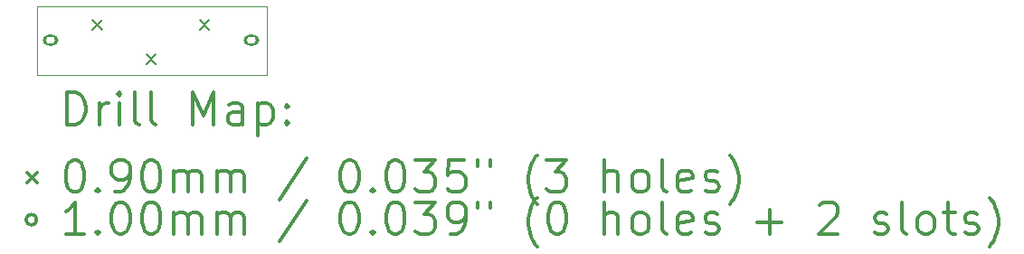
<source format=gbr>
%FSLAX45Y45*%
G04 Gerber Fmt 4.5, Leading zero omitted, Abs format (unit mm)*
G04 Created by KiCad (PCBNEW (5.1.6)-1) date 2022-11-08 09:30:14*
%MOMM*%
%LPD*%
G01*
G04 APERTURE LIST*
%TA.AperFunction,Profile*%
%ADD10C,0.050000*%
%TD*%
%ADD11C,0.200000*%
%ADD12C,0.300000*%
G04 APERTURE END LIST*
D10*
X14097000Y-9842500D02*
X16245840Y-9842500D01*
X14097000Y-10482580D02*
X14097000Y-9842500D01*
X16245840Y-10482580D02*
X14097000Y-10482580D01*
X16245840Y-9842500D02*
X16245840Y-10482580D01*
D11*
X14618800Y-9972800D02*
X14708800Y-10062800D01*
X14708800Y-9972800D02*
X14618800Y-10062800D01*
X15118800Y-10292800D02*
X15208800Y-10382800D01*
X15208800Y-10292800D02*
X15118800Y-10382800D01*
X15618800Y-9972800D02*
X15708800Y-10062800D01*
X15708800Y-9972800D02*
X15618800Y-10062800D01*
X14274000Y-10160000D02*
G75*
G03*
X14274000Y-10160000I-50000J0D01*
G01*
X14199000Y-10200000D02*
X14249000Y-10200000D01*
X14199000Y-10120000D02*
X14249000Y-10120000D01*
X14249000Y-10200000D02*
G75*
G03*
X14249000Y-10120000I0J40000D01*
G01*
X14199000Y-10120000D02*
G75*
G03*
X14199000Y-10200000I0J-40000D01*
G01*
X16153600Y-10160000D02*
G75*
G03*
X16153600Y-10160000I-50000J0D01*
G01*
X16078600Y-10200000D02*
X16128600Y-10200000D01*
X16078600Y-10120000D02*
X16128600Y-10120000D01*
X16128600Y-10200000D02*
G75*
G03*
X16128600Y-10120000I0J40000D01*
G01*
X16078600Y-10120000D02*
G75*
G03*
X16078600Y-10200000I0J-40000D01*
G01*
D12*
X14380928Y-10950794D02*
X14380928Y-10650794D01*
X14452357Y-10650794D01*
X14495214Y-10665080D01*
X14523786Y-10693652D01*
X14538071Y-10722223D01*
X14552357Y-10779366D01*
X14552357Y-10822223D01*
X14538071Y-10879366D01*
X14523786Y-10907937D01*
X14495214Y-10936509D01*
X14452357Y-10950794D01*
X14380928Y-10950794D01*
X14680928Y-10950794D02*
X14680928Y-10750794D01*
X14680928Y-10807937D02*
X14695214Y-10779366D01*
X14709500Y-10765080D01*
X14738071Y-10750794D01*
X14766643Y-10750794D01*
X14866643Y-10950794D02*
X14866643Y-10750794D01*
X14866643Y-10650794D02*
X14852357Y-10665080D01*
X14866643Y-10679366D01*
X14880928Y-10665080D01*
X14866643Y-10650794D01*
X14866643Y-10679366D01*
X15052357Y-10950794D02*
X15023786Y-10936509D01*
X15009500Y-10907937D01*
X15009500Y-10650794D01*
X15209500Y-10950794D02*
X15180928Y-10936509D01*
X15166643Y-10907937D01*
X15166643Y-10650794D01*
X15552357Y-10950794D02*
X15552357Y-10650794D01*
X15652357Y-10865080D01*
X15752357Y-10650794D01*
X15752357Y-10950794D01*
X16023786Y-10950794D02*
X16023786Y-10793652D01*
X16009500Y-10765080D01*
X15980928Y-10750794D01*
X15923786Y-10750794D01*
X15895214Y-10765080D01*
X16023786Y-10936509D02*
X15995214Y-10950794D01*
X15923786Y-10950794D01*
X15895214Y-10936509D01*
X15880928Y-10907937D01*
X15880928Y-10879366D01*
X15895214Y-10850794D01*
X15923786Y-10836509D01*
X15995214Y-10836509D01*
X16023786Y-10822223D01*
X16166643Y-10750794D02*
X16166643Y-11050794D01*
X16166643Y-10765080D02*
X16195214Y-10750794D01*
X16252357Y-10750794D01*
X16280928Y-10765080D01*
X16295214Y-10779366D01*
X16309500Y-10807937D01*
X16309500Y-10893652D01*
X16295214Y-10922223D01*
X16280928Y-10936509D01*
X16252357Y-10950794D01*
X16195214Y-10950794D01*
X16166643Y-10936509D01*
X16438071Y-10922223D02*
X16452357Y-10936509D01*
X16438071Y-10950794D01*
X16423786Y-10936509D01*
X16438071Y-10922223D01*
X16438071Y-10950794D01*
X16438071Y-10765080D02*
X16452357Y-10779366D01*
X16438071Y-10793652D01*
X16423786Y-10779366D01*
X16438071Y-10765080D01*
X16438071Y-10793652D01*
X14004500Y-11400080D02*
X14094500Y-11490080D01*
X14094500Y-11400080D02*
X14004500Y-11490080D01*
X14438071Y-11280794D02*
X14466643Y-11280794D01*
X14495214Y-11295080D01*
X14509500Y-11309366D01*
X14523786Y-11337937D01*
X14538071Y-11395080D01*
X14538071Y-11466509D01*
X14523786Y-11523651D01*
X14509500Y-11552223D01*
X14495214Y-11566509D01*
X14466643Y-11580794D01*
X14438071Y-11580794D01*
X14409500Y-11566509D01*
X14395214Y-11552223D01*
X14380928Y-11523651D01*
X14366643Y-11466509D01*
X14366643Y-11395080D01*
X14380928Y-11337937D01*
X14395214Y-11309366D01*
X14409500Y-11295080D01*
X14438071Y-11280794D01*
X14666643Y-11552223D02*
X14680928Y-11566509D01*
X14666643Y-11580794D01*
X14652357Y-11566509D01*
X14666643Y-11552223D01*
X14666643Y-11580794D01*
X14823786Y-11580794D02*
X14880928Y-11580794D01*
X14909500Y-11566509D01*
X14923786Y-11552223D01*
X14952357Y-11509366D01*
X14966643Y-11452223D01*
X14966643Y-11337937D01*
X14952357Y-11309366D01*
X14938071Y-11295080D01*
X14909500Y-11280794D01*
X14852357Y-11280794D01*
X14823786Y-11295080D01*
X14809500Y-11309366D01*
X14795214Y-11337937D01*
X14795214Y-11409366D01*
X14809500Y-11437937D01*
X14823786Y-11452223D01*
X14852357Y-11466509D01*
X14909500Y-11466509D01*
X14938071Y-11452223D01*
X14952357Y-11437937D01*
X14966643Y-11409366D01*
X15152357Y-11280794D02*
X15180928Y-11280794D01*
X15209500Y-11295080D01*
X15223786Y-11309366D01*
X15238071Y-11337937D01*
X15252357Y-11395080D01*
X15252357Y-11466509D01*
X15238071Y-11523651D01*
X15223786Y-11552223D01*
X15209500Y-11566509D01*
X15180928Y-11580794D01*
X15152357Y-11580794D01*
X15123786Y-11566509D01*
X15109500Y-11552223D01*
X15095214Y-11523651D01*
X15080928Y-11466509D01*
X15080928Y-11395080D01*
X15095214Y-11337937D01*
X15109500Y-11309366D01*
X15123786Y-11295080D01*
X15152357Y-11280794D01*
X15380928Y-11580794D02*
X15380928Y-11380794D01*
X15380928Y-11409366D02*
X15395214Y-11395080D01*
X15423786Y-11380794D01*
X15466643Y-11380794D01*
X15495214Y-11395080D01*
X15509500Y-11423651D01*
X15509500Y-11580794D01*
X15509500Y-11423651D02*
X15523786Y-11395080D01*
X15552357Y-11380794D01*
X15595214Y-11380794D01*
X15623786Y-11395080D01*
X15638071Y-11423651D01*
X15638071Y-11580794D01*
X15780928Y-11580794D02*
X15780928Y-11380794D01*
X15780928Y-11409366D02*
X15795214Y-11395080D01*
X15823786Y-11380794D01*
X15866643Y-11380794D01*
X15895214Y-11395080D01*
X15909500Y-11423651D01*
X15909500Y-11580794D01*
X15909500Y-11423651D02*
X15923786Y-11395080D01*
X15952357Y-11380794D01*
X15995214Y-11380794D01*
X16023786Y-11395080D01*
X16038071Y-11423651D01*
X16038071Y-11580794D01*
X16623786Y-11266509D02*
X16366643Y-11652223D01*
X17009500Y-11280794D02*
X17038071Y-11280794D01*
X17066643Y-11295080D01*
X17080928Y-11309366D01*
X17095214Y-11337937D01*
X17109500Y-11395080D01*
X17109500Y-11466509D01*
X17095214Y-11523651D01*
X17080928Y-11552223D01*
X17066643Y-11566509D01*
X17038071Y-11580794D01*
X17009500Y-11580794D01*
X16980928Y-11566509D01*
X16966643Y-11552223D01*
X16952357Y-11523651D01*
X16938071Y-11466509D01*
X16938071Y-11395080D01*
X16952357Y-11337937D01*
X16966643Y-11309366D01*
X16980928Y-11295080D01*
X17009500Y-11280794D01*
X17238071Y-11552223D02*
X17252357Y-11566509D01*
X17238071Y-11580794D01*
X17223786Y-11566509D01*
X17238071Y-11552223D01*
X17238071Y-11580794D01*
X17438071Y-11280794D02*
X17466643Y-11280794D01*
X17495214Y-11295080D01*
X17509500Y-11309366D01*
X17523786Y-11337937D01*
X17538071Y-11395080D01*
X17538071Y-11466509D01*
X17523786Y-11523651D01*
X17509500Y-11552223D01*
X17495214Y-11566509D01*
X17466643Y-11580794D01*
X17438071Y-11580794D01*
X17409500Y-11566509D01*
X17395214Y-11552223D01*
X17380928Y-11523651D01*
X17366643Y-11466509D01*
X17366643Y-11395080D01*
X17380928Y-11337937D01*
X17395214Y-11309366D01*
X17409500Y-11295080D01*
X17438071Y-11280794D01*
X17638071Y-11280794D02*
X17823786Y-11280794D01*
X17723786Y-11395080D01*
X17766643Y-11395080D01*
X17795214Y-11409366D01*
X17809500Y-11423651D01*
X17823786Y-11452223D01*
X17823786Y-11523651D01*
X17809500Y-11552223D01*
X17795214Y-11566509D01*
X17766643Y-11580794D01*
X17680928Y-11580794D01*
X17652357Y-11566509D01*
X17638071Y-11552223D01*
X18095214Y-11280794D02*
X17952357Y-11280794D01*
X17938071Y-11423651D01*
X17952357Y-11409366D01*
X17980928Y-11395080D01*
X18052357Y-11395080D01*
X18080928Y-11409366D01*
X18095214Y-11423651D01*
X18109500Y-11452223D01*
X18109500Y-11523651D01*
X18095214Y-11552223D01*
X18080928Y-11566509D01*
X18052357Y-11580794D01*
X17980928Y-11580794D01*
X17952357Y-11566509D01*
X17938071Y-11552223D01*
X18223786Y-11280794D02*
X18223786Y-11337937D01*
X18338071Y-11280794D02*
X18338071Y-11337937D01*
X18780928Y-11695080D02*
X18766643Y-11680794D01*
X18738071Y-11637937D01*
X18723786Y-11609366D01*
X18709500Y-11566509D01*
X18695214Y-11495080D01*
X18695214Y-11437937D01*
X18709500Y-11366509D01*
X18723786Y-11323651D01*
X18738071Y-11295080D01*
X18766643Y-11252223D01*
X18780928Y-11237937D01*
X18866643Y-11280794D02*
X19052357Y-11280794D01*
X18952357Y-11395080D01*
X18995214Y-11395080D01*
X19023786Y-11409366D01*
X19038071Y-11423651D01*
X19052357Y-11452223D01*
X19052357Y-11523651D01*
X19038071Y-11552223D01*
X19023786Y-11566509D01*
X18995214Y-11580794D01*
X18909500Y-11580794D01*
X18880928Y-11566509D01*
X18866643Y-11552223D01*
X19409500Y-11580794D02*
X19409500Y-11280794D01*
X19538071Y-11580794D02*
X19538071Y-11423651D01*
X19523786Y-11395080D01*
X19495214Y-11380794D01*
X19452357Y-11380794D01*
X19423786Y-11395080D01*
X19409500Y-11409366D01*
X19723786Y-11580794D02*
X19695214Y-11566509D01*
X19680928Y-11552223D01*
X19666643Y-11523651D01*
X19666643Y-11437937D01*
X19680928Y-11409366D01*
X19695214Y-11395080D01*
X19723786Y-11380794D01*
X19766643Y-11380794D01*
X19795214Y-11395080D01*
X19809500Y-11409366D01*
X19823786Y-11437937D01*
X19823786Y-11523651D01*
X19809500Y-11552223D01*
X19795214Y-11566509D01*
X19766643Y-11580794D01*
X19723786Y-11580794D01*
X19995214Y-11580794D02*
X19966643Y-11566509D01*
X19952357Y-11537937D01*
X19952357Y-11280794D01*
X20223786Y-11566509D02*
X20195214Y-11580794D01*
X20138071Y-11580794D01*
X20109500Y-11566509D01*
X20095214Y-11537937D01*
X20095214Y-11423651D01*
X20109500Y-11395080D01*
X20138071Y-11380794D01*
X20195214Y-11380794D01*
X20223786Y-11395080D01*
X20238071Y-11423651D01*
X20238071Y-11452223D01*
X20095214Y-11480794D01*
X20352357Y-11566509D02*
X20380928Y-11580794D01*
X20438071Y-11580794D01*
X20466643Y-11566509D01*
X20480928Y-11537937D01*
X20480928Y-11523651D01*
X20466643Y-11495080D01*
X20438071Y-11480794D01*
X20395214Y-11480794D01*
X20366643Y-11466509D01*
X20352357Y-11437937D01*
X20352357Y-11423651D01*
X20366643Y-11395080D01*
X20395214Y-11380794D01*
X20438071Y-11380794D01*
X20466643Y-11395080D01*
X20580928Y-11695080D02*
X20595214Y-11680794D01*
X20623786Y-11637937D01*
X20638071Y-11609366D01*
X20652357Y-11566509D01*
X20666643Y-11495080D01*
X20666643Y-11437937D01*
X20652357Y-11366509D01*
X20638071Y-11323651D01*
X20623786Y-11295080D01*
X20595214Y-11252223D01*
X20580928Y-11237937D01*
X14094500Y-11841080D02*
G75*
G03*
X14094500Y-11841080I-50000J0D01*
G01*
X14538071Y-11976794D02*
X14366643Y-11976794D01*
X14452357Y-11976794D02*
X14452357Y-11676794D01*
X14423786Y-11719651D01*
X14395214Y-11748223D01*
X14366643Y-11762509D01*
X14666643Y-11948223D02*
X14680928Y-11962509D01*
X14666643Y-11976794D01*
X14652357Y-11962509D01*
X14666643Y-11948223D01*
X14666643Y-11976794D01*
X14866643Y-11676794D02*
X14895214Y-11676794D01*
X14923786Y-11691080D01*
X14938071Y-11705366D01*
X14952357Y-11733937D01*
X14966643Y-11791080D01*
X14966643Y-11862509D01*
X14952357Y-11919651D01*
X14938071Y-11948223D01*
X14923786Y-11962509D01*
X14895214Y-11976794D01*
X14866643Y-11976794D01*
X14838071Y-11962509D01*
X14823786Y-11948223D01*
X14809500Y-11919651D01*
X14795214Y-11862509D01*
X14795214Y-11791080D01*
X14809500Y-11733937D01*
X14823786Y-11705366D01*
X14838071Y-11691080D01*
X14866643Y-11676794D01*
X15152357Y-11676794D02*
X15180928Y-11676794D01*
X15209500Y-11691080D01*
X15223786Y-11705366D01*
X15238071Y-11733937D01*
X15252357Y-11791080D01*
X15252357Y-11862509D01*
X15238071Y-11919651D01*
X15223786Y-11948223D01*
X15209500Y-11962509D01*
X15180928Y-11976794D01*
X15152357Y-11976794D01*
X15123786Y-11962509D01*
X15109500Y-11948223D01*
X15095214Y-11919651D01*
X15080928Y-11862509D01*
X15080928Y-11791080D01*
X15095214Y-11733937D01*
X15109500Y-11705366D01*
X15123786Y-11691080D01*
X15152357Y-11676794D01*
X15380928Y-11976794D02*
X15380928Y-11776794D01*
X15380928Y-11805366D02*
X15395214Y-11791080D01*
X15423786Y-11776794D01*
X15466643Y-11776794D01*
X15495214Y-11791080D01*
X15509500Y-11819651D01*
X15509500Y-11976794D01*
X15509500Y-11819651D02*
X15523786Y-11791080D01*
X15552357Y-11776794D01*
X15595214Y-11776794D01*
X15623786Y-11791080D01*
X15638071Y-11819651D01*
X15638071Y-11976794D01*
X15780928Y-11976794D02*
X15780928Y-11776794D01*
X15780928Y-11805366D02*
X15795214Y-11791080D01*
X15823786Y-11776794D01*
X15866643Y-11776794D01*
X15895214Y-11791080D01*
X15909500Y-11819651D01*
X15909500Y-11976794D01*
X15909500Y-11819651D02*
X15923786Y-11791080D01*
X15952357Y-11776794D01*
X15995214Y-11776794D01*
X16023786Y-11791080D01*
X16038071Y-11819651D01*
X16038071Y-11976794D01*
X16623786Y-11662509D02*
X16366643Y-12048223D01*
X17009500Y-11676794D02*
X17038071Y-11676794D01*
X17066643Y-11691080D01*
X17080928Y-11705366D01*
X17095214Y-11733937D01*
X17109500Y-11791080D01*
X17109500Y-11862509D01*
X17095214Y-11919651D01*
X17080928Y-11948223D01*
X17066643Y-11962509D01*
X17038071Y-11976794D01*
X17009500Y-11976794D01*
X16980928Y-11962509D01*
X16966643Y-11948223D01*
X16952357Y-11919651D01*
X16938071Y-11862509D01*
X16938071Y-11791080D01*
X16952357Y-11733937D01*
X16966643Y-11705366D01*
X16980928Y-11691080D01*
X17009500Y-11676794D01*
X17238071Y-11948223D02*
X17252357Y-11962509D01*
X17238071Y-11976794D01*
X17223786Y-11962509D01*
X17238071Y-11948223D01*
X17238071Y-11976794D01*
X17438071Y-11676794D02*
X17466643Y-11676794D01*
X17495214Y-11691080D01*
X17509500Y-11705366D01*
X17523786Y-11733937D01*
X17538071Y-11791080D01*
X17538071Y-11862509D01*
X17523786Y-11919651D01*
X17509500Y-11948223D01*
X17495214Y-11962509D01*
X17466643Y-11976794D01*
X17438071Y-11976794D01*
X17409500Y-11962509D01*
X17395214Y-11948223D01*
X17380928Y-11919651D01*
X17366643Y-11862509D01*
X17366643Y-11791080D01*
X17380928Y-11733937D01*
X17395214Y-11705366D01*
X17409500Y-11691080D01*
X17438071Y-11676794D01*
X17638071Y-11676794D02*
X17823786Y-11676794D01*
X17723786Y-11791080D01*
X17766643Y-11791080D01*
X17795214Y-11805366D01*
X17809500Y-11819651D01*
X17823786Y-11848223D01*
X17823786Y-11919651D01*
X17809500Y-11948223D01*
X17795214Y-11962509D01*
X17766643Y-11976794D01*
X17680928Y-11976794D01*
X17652357Y-11962509D01*
X17638071Y-11948223D01*
X17966643Y-11976794D02*
X18023786Y-11976794D01*
X18052357Y-11962509D01*
X18066643Y-11948223D01*
X18095214Y-11905366D01*
X18109500Y-11848223D01*
X18109500Y-11733937D01*
X18095214Y-11705366D01*
X18080928Y-11691080D01*
X18052357Y-11676794D01*
X17995214Y-11676794D01*
X17966643Y-11691080D01*
X17952357Y-11705366D01*
X17938071Y-11733937D01*
X17938071Y-11805366D01*
X17952357Y-11833937D01*
X17966643Y-11848223D01*
X17995214Y-11862509D01*
X18052357Y-11862509D01*
X18080928Y-11848223D01*
X18095214Y-11833937D01*
X18109500Y-11805366D01*
X18223786Y-11676794D02*
X18223786Y-11733937D01*
X18338071Y-11676794D02*
X18338071Y-11733937D01*
X18780928Y-12091080D02*
X18766643Y-12076794D01*
X18738071Y-12033937D01*
X18723786Y-12005366D01*
X18709500Y-11962509D01*
X18695214Y-11891080D01*
X18695214Y-11833937D01*
X18709500Y-11762509D01*
X18723786Y-11719651D01*
X18738071Y-11691080D01*
X18766643Y-11648223D01*
X18780928Y-11633937D01*
X18952357Y-11676794D02*
X18980928Y-11676794D01*
X19009500Y-11691080D01*
X19023786Y-11705366D01*
X19038071Y-11733937D01*
X19052357Y-11791080D01*
X19052357Y-11862509D01*
X19038071Y-11919651D01*
X19023786Y-11948223D01*
X19009500Y-11962509D01*
X18980928Y-11976794D01*
X18952357Y-11976794D01*
X18923786Y-11962509D01*
X18909500Y-11948223D01*
X18895214Y-11919651D01*
X18880928Y-11862509D01*
X18880928Y-11791080D01*
X18895214Y-11733937D01*
X18909500Y-11705366D01*
X18923786Y-11691080D01*
X18952357Y-11676794D01*
X19409500Y-11976794D02*
X19409500Y-11676794D01*
X19538071Y-11976794D02*
X19538071Y-11819651D01*
X19523786Y-11791080D01*
X19495214Y-11776794D01*
X19452357Y-11776794D01*
X19423786Y-11791080D01*
X19409500Y-11805366D01*
X19723786Y-11976794D02*
X19695214Y-11962509D01*
X19680928Y-11948223D01*
X19666643Y-11919651D01*
X19666643Y-11833937D01*
X19680928Y-11805366D01*
X19695214Y-11791080D01*
X19723786Y-11776794D01*
X19766643Y-11776794D01*
X19795214Y-11791080D01*
X19809500Y-11805366D01*
X19823786Y-11833937D01*
X19823786Y-11919651D01*
X19809500Y-11948223D01*
X19795214Y-11962509D01*
X19766643Y-11976794D01*
X19723786Y-11976794D01*
X19995214Y-11976794D02*
X19966643Y-11962509D01*
X19952357Y-11933937D01*
X19952357Y-11676794D01*
X20223786Y-11962509D02*
X20195214Y-11976794D01*
X20138071Y-11976794D01*
X20109500Y-11962509D01*
X20095214Y-11933937D01*
X20095214Y-11819651D01*
X20109500Y-11791080D01*
X20138071Y-11776794D01*
X20195214Y-11776794D01*
X20223786Y-11791080D01*
X20238071Y-11819651D01*
X20238071Y-11848223D01*
X20095214Y-11876794D01*
X20352357Y-11962509D02*
X20380928Y-11976794D01*
X20438071Y-11976794D01*
X20466643Y-11962509D01*
X20480928Y-11933937D01*
X20480928Y-11919651D01*
X20466643Y-11891080D01*
X20438071Y-11876794D01*
X20395214Y-11876794D01*
X20366643Y-11862509D01*
X20352357Y-11833937D01*
X20352357Y-11819651D01*
X20366643Y-11791080D01*
X20395214Y-11776794D01*
X20438071Y-11776794D01*
X20466643Y-11791080D01*
X20838071Y-11862509D02*
X21066643Y-11862509D01*
X20952357Y-11976794D02*
X20952357Y-11748223D01*
X21423786Y-11705366D02*
X21438071Y-11691080D01*
X21466643Y-11676794D01*
X21538071Y-11676794D01*
X21566643Y-11691080D01*
X21580928Y-11705366D01*
X21595214Y-11733937D01*
X21595214Y-11762509D01*
X21580928Y-11805366D01*
X21409500Y-11976794D01*
X21595214Y-11976794D01*
X21938071Y-11962509D02*
X21966643Y-11976794D01*
X22023786Y-11976794D01*
X22052357Y-11962509D01*
X22066643Y-11933937D01*
X22066643Y-11919651D01*
X22052357Y-11891080D01*
X22023786Y-11876794D01*
X21980928Y-11876794D01*
X21952357Y-11862509D01*
X21938071Y-11833937D01*
X21938071Y-11819651D01*
X21952357Y-11791080D01*
X21980928Y-11776794D01*
X22023786Y-11776794D01*
X22052357Y-11791080D01*
X22238071Y-11976794D02*
X22209500Y-11962509D01*
X22195214Y-11933937D01*
X22195214Y-11676794D01*
X22395214Y-11976794D02*
X22366643Y-11962509D01*
X22352357Y-11948223D01*
X22338071Y-11919651D01*
X22338071Y-11833937D01*
X22352357Y-11805366D01*
X22366643Y-11791080D01*
X22395214Y-11776794D01*
X22438071Y-11776794D01*
X22466643Y-11791080D01*
X22480928Y-11805366D01*
X22495214Y-11833937D01*
X22495214Y-11919651D01*
X22480928Y-11948223D01*
X22466643Y-11962509D01*
X22438071Y-11976794D01*
X22395214Y-11976794D01*
X22580928Y-11776794D02*
X22695214Y-11776794D01*
X22623786Y-11676794D02*
X22623786Y-11933937D01*
X22638071Y-11962509D01*
X22666643Y-11976794D01*
X22695214Y-11976794D01*
X22780928Y-11962509D02*
X22809500Y-11976794D01*
X22866643Y-11976794D01*
X22895214Y-11962509D01*
X22909500Y-11933937D01*
X22909500Y-11919651D01*
X22895214Y-11891080D01*
X22866643Y-11876794D01*
X22823786Y-11876794D01*
X22795214Y-11862509D01*
X22780928Y-11833937D01*
X22780928Y-11819651D01*
X22795214Y-11791080D01*
X22823786Y-11776794D01*
X22866643Y-11776794D01*
X22895214Y-11791080D01*
X23009500Y-12091080D02*
X23023786Y-12076794D01*
X23052357Y-12033937D01*
X23066643Y-12005366D01*
X23080928Y-11962509D01*
X23095214Y-11891080D01*
X23095214Y-11833937D01*
X23080928Y-11762509D01*
X23066643Y-11719651D01*
X23052357Y-11691080D01*
X23023786Y-11648223D01*
X23009500Y-11633937D01*
M02*

</source>
